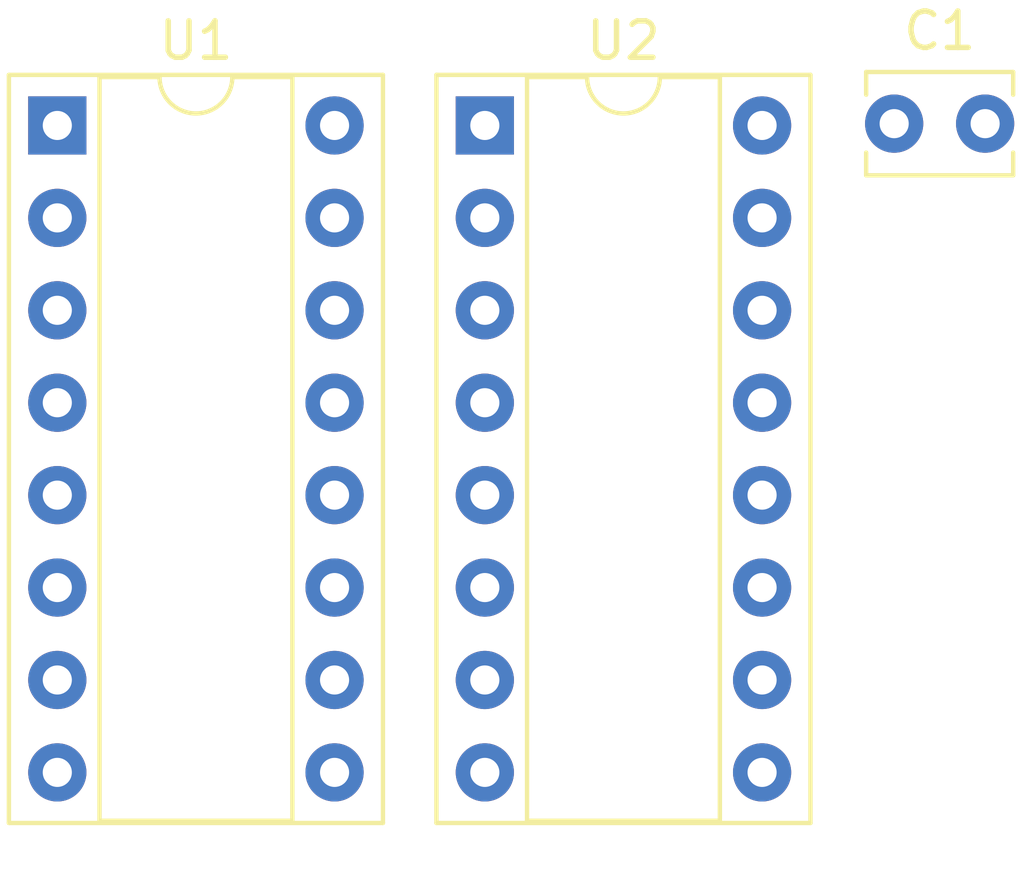
<source format=kicad_pcb>
(kicad_pcb (version 20171130) (host pcbnew 5.1.9)

  (general
    (thickness 1.6)
    (drawings 0)
    (tracks 0)
    (zones 0)
    (modules 3)
    (nets 32)
  )

  (page A4)
  (layers
    (0 F.Cu signal)
    (31 B.Cu signal)
    (32 B.Adhes user)
    (33 F.Adhes user)
    (34 B.Paste user)
    (35 F.Paste user)
    (36 B.SilkS user)
    (37 F.SilkS user)
    (38 B.Mask user)
    (39 F.Mask user)
    (40 Dwgs.User user)
    (41 Cmts.User user)
    (42 Eco1.User user)
    (43 Eco2.User user)
    (44 Edge.Cuts user)
    (45 Margin user)
    (46 B.CrtYd user)
    (47 F.CrtYd user)
    (48 B.Fab user)
    (49 F.Fab user)
  )

  (setup
    (last_trace_width 0.25)
    (trace_clearance 0.2)
    (zone_clearance 0.508)
    (zone_45_only no)
    (trace_min 0.2)
    (via_size 0.8)
    (via_drill 0.4)
    (via_min_size 0.4)
    (via_min_drill 0.3)
    (uvia_size 0.3)
    (uvia_drill 0.1)
    (uvias_allowed no)
    (uvia_min_size 0.2)
    (uvia_min_drill 0.1)
    (edge_width 0.05)
    (segment_width 0.2)
    (pcb_text_width 0.3)
    (pcb_text_size 1.5 1.5)
    (mod_edge_width 0.12)
    (mod_text_size 1 1)
    (mod_text_width 0.15)
    (pad_size 1.524 1.524)
    (pad_drill 0.762)
    (pad_to_mask_clearance 0)
    (aux_axis_origin 0 0)
    (visible_elements FFFFFF7F)
    (pcbplotparams
      (layerselection 0x010fc_ffffffff)
      (usegerberextensions false)
      (usegerberattributes true)
      (usegerberadvancedattributes true)
      (creategerberjobfile true)
      (excludeedgelayer true)
      (linewidth 0.100000)
      (plotframeref false)
      (viasonmask false)
      (mode 1)
      (useauxorigin false)
      (hpglpennumber 1)
      (hpglpenspeed 20)
      (hpglpendiameter 15.000000)
      (psnegative false)
      (psa4output false)
      (plotreference true)
      (plotvalue true)
      (plotinvisibletext false)
      (padsonsilk false)
      (subtractmaskfromsilk false)
      (outputformat 1)
      (mirror false)
      (drillshape 1)
      (scaleselection 1)
      (outputdirectory ""))
  )

  (net 0 "")
  (net 1 "Net-(C1-Pad2)")
  (net 2 "Net-(C1-Pad1)")
  (net 3 +15V)
  (net 4 GND)
  (net 5 "Net-(U1-Pad15)")
  (net 6 "Net-(U1-Pad14)")
  (net 7 "Net-(U1-Pad13)")
  (net 8 "Net-(U1-Pad12)")
  (net 9 /VCO_1)
  (net 10 "Net-(U1-Pad11)")
  (net 11 "Net-(U1-Pad3)")
  (net 12 "Net-(U1-Pad10)")
  (net 13 "Net-(U1-Pad2)")
  (net 14 "Net-(U1-Pad9)")
  (net 15 "Net-(U1-Pad1)")
  (net 16 "Net-(U2-Pad16)")
  (net 17 "Net-(U2-Pad8)")
  (net 18 "Net-(U2-Pad15)")
  (net 19 "Net-(U2-Pad7)")
  (net 20 "Net-(U2-Pad14)")
  (net 21 "Net-(U2-Pad6)")
  (net 22 "Net-(U2-Pad13)")
  (net 23 "Net-(U2-Pad5)")
  (net 24 "Net-(U2-Pad12)")
  (net 25 "Net-(U2-Pad4)")
  (net 26 "Net-(U2-Pad11)")
  (net 27 "Net-(U2-Pad3)")
  (net 28 "Net-(U2-Pad10)")
  (net 29 "Net-(U2-Pad2)")
  (net 30 "Net-(U2-Pad9)")
  (net 31 "Net-(U2-Pad1)")

  (net_class Default "This is the default net class."
    (clearance 0.2)
    (trace_width 0.25)
    (via_dia 0.8)
    (via_drill 0.4)
    (uvia_dia 0.3)
    (uvia_drill 0.1)
    (add_net +15V)
    (add_net /VCO_1)
    (add_net GND)
    (add_net "Net-(C1-Pad1)")
    (add_net "Net-(C1-Pad2)")
    (add_net "Net-(U1-Pad1)")
    (add_net "Net-(U1-Pad10)")
    (add_net "Net-(U1-Pad11)")
    (add_net "Net-(U1-Pad12)")
    (add_net "Net-(U1-Pad13)")
    (add_net "Net-(U1-Pad14)")
    (add_net "Net-(U1-Pad15)")
    (add_net "Net-(U1-Pad2)")
    (add_net "Net-(U1-Pad3)")
    (add_net "Net-(U1-Pad9)")
    (add_net "Net-(U2-Pad1)")
    (add_net "Net-(U2-Pad10)")
    (add_net "Net-(U2-Pad11)")
    (add_net "Net-(U2-Pad12)")
    (add_net "Net-(U2-Pad13)")
    (add_net "Net-(U2-Pad14)")
    (add_net "Net-(U2-Pad15)")
    (add_net "Net-(U2-Pad16)")
    (add_net "Net-(U2-Pad2)")
    (add_net "Net-(U2-Pad3)")
    (add_net "Net-(U2-Pad4)")
    (add_net "Net-(U2-Pad5)")
    (add_net "Net-(U2-Pad6)")
    (add_net "Net-(U2-Pad7)")
    (add_net "Net-(U2-Pad8)")
    (add_net "Net-(U2-Pad9)")
  )

  (module Package_DIP:DIP-16_W7.62mm_Socket (layer F.Cu) (tedit 5A02E8C5) (tstamp 607D82D2)
    (at 115.75 76.25)
    (descr "16-lead though-hole mounted DIP package, row spacing 7.62 mm (300 mils), Socket")
    (tags "THT DIP DIL PDIP 2.54mm 7.62mm 300mil Socket")
    (path /607C39AE)
    (fp_text reference U2 (at 3.81 -2.33) (layer F.SilkS)
      (effects (font (size 1 1) (thickness 0.15)))
    )
    (fp_text value 4046 (at 3.81 20.11) (layer F.Fab)
      (effects (font (size 1 1) (thickness 0.15)))
    )
    (fp_text user %R (at 3.81 8.89) (layer F.Fab)
      (effects (font (size 1 1) (thickness 0.15)))
    )
    (fp_arc (start 3.81 -1.33) (end 2.81 -1.33) (angle -180) (layer F.SilkS) (width 0.12))
    (fp_line (start 1.635 -1.27) (end 6.985 -1.27) (layer F.Fab) (width 0.1))
    (fp_line (start 6.985 -1.27) (end 6.985 19.05) (layer F.Fab) (width 0.1))
    (fp_line (start 6.985 19.05) (end 0.635 19.05) (layer F.Fab) (width 0.1))
    (fp_line (start 0.635 19.05) (end 0.635 -0.27) (layer F.Fab) (width 0.1))
    (fp_line (start 0.635 -0.27) (end 1.635 -1.27) (layer F.Fab) (width 0.1))
    (fp_line (start -1.27 -1.33) (end -1.27 19.11) (layer F.Fab) (width 0.1))
    (fp_line (start -1.27 19.11) (end 8.89 19.11) (layer F.Fab) (width 0.1))
    (fp_line (start 8.89 19.11) (end 8.89 -1.33) (layer F.Fab) (width 0.1))
    (fp_line (start 8.89 -1.33) (end -1.27 -1.33) (layer F.Fab) (width 0.1))
    (fp_line (start 2.81 -1.33) (end 1.16 -1.33) (layer F.SilkS) (width 0.12))
    (fp_line (start 1.16 -1.33) (end 1.16 19.11) (layer F.SilkS) (width 0.12))
    (fp_line (start 1.16 19.11) (end 6.46 19.11) (layer F.SilkS) (width 0.12))
    (fp_line (start 6.46 19.11) (end 6.46 -1.33) (layer F.SilkS) (width 0.12))
    (fp_line (start 6.46 -1.33) (end 4.81 -1.33) (layer F.SilkS) (width 0.12))
    (fp_line (start -1.33 -1.39) (end -1.33 19.17) (layer F.SilkS) (width 0.12))
    (fp_line (start -1.33 19.17) (end 8.95 19.17) (layer F.SilkS) (width 0.12))
    (fp_line (start 8.95 19.17) (end 8.95 -1.39) (layer F.SilkS) (width 0.12))
    (fp_line (start 8.95 -1.39) (end -1.33 -1.39) (layer F.SilkS) (width 0.12))
    (fp_line (start -1.55 -1.6) (end -1.55 19.4) (layer F.CrtYd) (width 0.05))
    (fp_line (start -1.55 19.4) (end 9.15 19.4) (layer F.CrtYd) (width 0.05))
    (fp_line (start 9.15 19.4) (end 9.15 -1.6) (layer F.CrtYd) (width 0.05))
    (fp_line (start 9.15 -1.6) (end -1.55 -1.6) (layer F.CrtYd) (width 0.05))
    (pad 16 thru_hole oval (at 7.62 0) (size 1.6 1.6) (drill 0.8) (layers *.Cu *.Mask)
      (net 16 "Net-(U2-Pad16)"))
    (pad 8 thru_hole oval (at 0 17.78) (size 1.6 1.6) (drill 0.8) (layers *.Cu *.Mask)
      (net 17 "Net-(U2-Pad8)"))
    (pad 15 thru_hole oval (at 7.62 2.54) (size 1.6 1.6) (drill 0.8) (layers *.Cu *.Mask)
      (net 18 "Net-(U2-Pad15)"))
    (pad 7 thru_hole oval (at 0 15.24) (size 1.6 1.6) (drill 0.8) (layers *.Cu *.Mask)
      (net 19 "Net-(U2-Pad7)"))
    (pad 14 thru_hole oval (at 7.62 5.08) (size 1.6 1.6) (drill 0.8) (layers *.Cu *.Mask)
      (net 20 "Net-(U2-Pad14)"))
    (pad 6 thru_hole oval (at 0 12.7) (size 1.6 1.6) (drill 0.8) (layers *.Cu *.Mask)
      (net 21 "Net-(U2-Pad6)"))
    (pad 13 thru_hole oval (at 7.62 7.62) (size 1.6 1.6) (drill 0.8) (layers *.Cu *.Mask)
      (net 22 "Net-(U2-Pad13)"))
    (pad 5 thru_hole oval (at 0 10.16) (size 1.6 1.6) (drill 0.8) (layers *.Cu *.Mask)
      (net 23 "Net-(U2-Pad5)"))
    (pad 12 thru_hole oval (at 7.62 10.16) (size 1.6 1.6) (drill 0.8) (layers *.Cu *.Mask)
      (net 24 "Net-(U2-Pad12)"))
    (pad 4 thru_hole oval (at 0 7.62) (size 1.6 1.6) (drill 0.8) (layers *.Cu *.Mask)
      (net 25 "Net-(U2-Pad4)"))
    (pad 11 thru_hole oval (at 7.62 12.7) (size 1.6 1.6) (drill 0.8) (layers *.Cu *.Mask)
      (net 26 "Net-(U2-Pad11)"))
    (pad 3 thru_hole oval (at 0 5.08) (size 1.6 1.6) (drill 0.8) (layers *.Cu *.Mask)
      (net 27 "Net-(U2-Pad3)"))
    (pad 10 thru_hole oval (at 7.62 15.24) (size 1.6 1.6) (drill 0.8) (layers *.Cu *.Mask)
      (net 28 "Net-(U2-Pad10)"))
    (pad 2 thru_hole oval (at 0 2.54) (size 1.6 1.6) (drill 0.8) (layers *.Cu *.Mask)
      (net 29 "Net-(U2-Pad2)"))
    (pad 9 thru_hole oval (at 7.62 17.78) (size 1.6 1.6) (drill 0.8) (layers *.Cu *.Mask)
      (net 30 "Net-(U2-Pad9)"))
    (pad 1 thru_hole rect (at 0 0) (size 1.6 1.6) (drill 0.8) (layers *.Cu *.Mask)
      (net 31 "Net-(U2-Pad1)"))
    (model ${KISYS3DMOD}/Package_DIP.3dshapes/DIP-16_W7.62mm_Socket.wrl
      (at (xyz 0 0 0))
      (scale (xyz 1 1 1))
      (rotate (xyz 0 0 0))
    )
  )

  (module Package_DIP:DIP-16_W7.62mm_Socket (layer F.Cu) (tedit 5A02E8C5) (tstamp 607D82A6)
    (at 104 76.25)
    (descr "16-lead though-hole mounted DIP package, row spacing 7.62 mm (300 mils), Socket")
    (tags "THT DIP DIL PDIP 2.54mm 7.62mm 300mil Socket")
    (path /607C3690)
    (fp_text reference U1 (at 3.81 -2.33) (layer F.SilkS)
      (effects (font (size 1 1) (thickness 0.15)))
    )
    (fp_text value 4046 (at 3.81 20.11) (layer F.Fab)
      (effects (font (size 1 1) (thickness 0.15)))
    )
    (fp_text user %R (at 3.81 8.89) (layer F.Fab)
      (effects (font (size 1 1) (thickness 0.15)))
    )
    (fp_arc (start 3.81 -1.33) (end 2.81 -1.33) (angle -180) (layer F.SilkS) (width 0.12))
    (fp_line (start 1.635 -1.27) (end 6.985 -1.27) (layer F.Fab) (width 0.1))
    (fp_line (start 6.985 -1.27) (end 6.985 19.05) (layer F.Fab) (width 0.1))
    (fp_line (start 6.985 19.05) (end 0.635 19.05) (layer F.Fab) (width 0.1))
    (fp_line (start 0.635 19.05) (end 0.635 -0.27) (layer F.Fab) (width 0.1))
    (fp_line (start 0.635 -0.27) (end 1.635 -1.27) (layer F.Fab) (width 0.1))
    (fp_line (start -1.27 -1.33) (end -1.27 19.11) (layer F.Fab) (width 0.1))
    (fp_line (start -1.27 19.11) (end 8.89 19.11) (layer F.Fab) (width 0.1))
    (fp_line (start 8.89 19.11) (end 8.89 -1.33) (layer F.Fab) (width 0.1))
    (fp_line (start 8.89 -1.33) (end -1.27 -1.33) (layer F.Fab) (width 0.1))
    (fp_line (start 2.81 -1.33) (end 1.16 -1.33) (layer F.SilkS) (width 0.12))
    (fp_line (start 1.16 -1.33) (end 1.16 19.11) (layer F.SilkS) (width 0.12))
    (fp_line (start 1.16 19.11) (end 6.46 19.11) (layer F.SilkS) (width 0.12))
    (fp_line (start 6.46 19.11) (end 6.46 -1.33) (layer F.SilkS) (width 0.12))
    (fp_line (start 6.46 -1.33) (end 4.81 -1.33) (layer F.SilkS) (width 0.12))
    (fp_line (start -1.33 -1.39) (end -1.33 19.17) (layer F.SilkS) (width 0.12))
    (fp_line (start -1.33 19.17) (end 8.95 19.17) (layer F.SilkS) (width 0.12))
    (fp_line (start 8.95 19.17) (end 8.95 -1.39) (layer F.SilkS) (width 0.12))
    (fp_line (start 8.95 -1.39) (end -1.33 -1.39) (layer F.SilkS) (width 0.12))
    (fp_line (start -1.55 -1.6) (end -1.55 19.4) (layer F.CrtYd) (width 0.05))
    (fp_line (start -1.55 19.4) (end 9.15 19.4) (layer F.CrtYd) (width 0.05))
    (fp_line (start 9.15 19.4) (end 9.15 -1.6) (layer F.CrtYd) (width 0.05))
    (fp_line (start 9.15 -1.6) (end -1.55 -1.6) (layer F.CrtYd) (width 0.05))
    (pad 16 thru_hole oval (at 7.62 0) (size 1.6 1.6) (drill 0.8) (layers *.Cu *.Mask)
      (net 3 +15V))
    (pad 8 thru_hole oval (at 0 17.78) (size 1.6 1.6) (drill 0.8) (layers *.Cu *.Mask)
      (net 4 GND))
    (pad 15 thru_hole oval (at 7.62 2.54) (size 1.6 1.6) (drill 0.8) (layers *.Cu *.Mask)
      (net 5 "Net-(U1-Pad15)"))
    (pad 7 thru_hole oval (at 0 15.24) (size 1.6 1.6) (drill 0.8) (layers *.Cu *.Mask)
      (net 1 "Net-(C1-Pad2)"))
    (pad 14 thru_hole oval (at 7.62 5.08) (size 1.6 1.6) (drill 0.8) (layers *.Cu *.Mask)
      (net 6 "Net-(U1-Pad14)"))
    (pad 6 thru_hole oval (at 0 12.7) (size 1.6 1.6) (drill 0.8) (layers *.Cu *.Mask)
      (net 2 "Net-(C1-Pad1)"))
    (pad 13 thru_hole oval (at 7.62 7.62) (size 1.6 1.6) (drill 0.8) (layers *.Cu *.Mask)
      (net 7 "Net-(U1-Pad13)"))
    (pad 5 thru_hole oval (at 0 10.16) (size 1.6 1.6) (drill 0.8) (layers *.Cu *.Mask)
      (net 4 GND))
    (pad 12 thru_hole oval (at 7.62 10.16) (size 1.6 1.6) (drill 0.8) (layers *.Cu *.Mask)
      (net 8 "Net-(U1-Pad12)"))
    (pad 4 thru_hole oval (at 0 7.62) (size 1.6 1.6) (drill 0.8) (layers *.Cu *.Mask)
      (net 9 /VCO_1))
    (pad 11 thru_hole oval (at 7.62 12.7) (size 1.6 1.6) (drill 0.8) (layers *.Cu *.Mask)
      (net 10 "Net-(U1-Pad11)"))
    (pad 3 thru_hole oval (at 0 5.08) (size 1.6 1.6) (drill 0.8) (layers *.Cu *.Mask)
      (net 11 "Net-(U1-Pad3)"))
    (pad 10 thru_hole oval (at 7.62 15.24) (size 1.6 1.6) (drill 0.8) (layers *.Cu *.Mask)
      (net 12 "Net-(U1-Pad10)"))
    (pad 2 thru_hole oval (at 0 2.54) (size 1.6 1.6) (drill 0.8) (layers *.Cu *.Mask)
      (net 13 "Net-(U1-Pad2)"))
    (pad 9 thru_hole oval (at 7.62 17.78) (size 1.6 1.6) (drill 0.8) (layers *.Cu *.Mask)
      (net 14 "Net-(U1-Pad9)"))
    (pad 1 thru_hole rect (at 0 0) (size 1.6 1.6) (drill 0.8) (layers *.Cu *.Mask)
      (net 15 "Net-(U1-Pad1)"))
    (model ${KISYS3DMOD}/Package_DIP.3dshapes/DIP-16_W7.62mm_Socket.wrl
      (at (xyz 0 0 0))
      (scale (xyz 1 1 1))
      (rotate (xyz 0 0 0))
    )
  )

  (module Capacitor_THT:C_Disc_D3.8mm_W2.6mm_P2.50mm (layer F.Cu) (tedit 5AE50EF0) (tstamp 607D827A)
    (at 127 76.2)
    (descr "C, Disc series, Radial, pin pitch=2.50mm, , diameter*width=3.8*2.6mm^2, Capacitor, http://www.vishay.com/docs/45233/krseries.pdf")
    (tags "C Disc series Radial pin pitch 2.50mm  diameter 3.8mm width 2.6mm Capacitor")
    (path /607C6852)
    (fp_text reference C1 (at 1.25 -2.55) (layer F.SilkS)
      (effects (font (size 1 1) (thickness 0.15)))
    )
    (fp_text value 0.01u (at 1.25 2.55) (layer F.Fab)
      (effects (font (size 1 1) (thickness 0.15)))
    )
    (fp_text user %R (at 1.25 0) (layer F.Fab)
      (effects (font (size 0.76 0.76) (thickness 0.114)))
    )
    (fp_line (start -0.65 -1.3) (end -0.65 1.3) (layer F.Fab) (width 0.1))
    (fp_line (start -0.65 1.3) (end 3.15 1.3) (layer F.Fab) (width 0.1))
    (fp_line (start 3.15 1.3) (end 3.15 -1.3) (layer F.Fab) (width 0.1))
    (fp_line (start 3.15 -1.3) (end -0.65 -1.3) (layer F.Fab) (width 0.1))
    (fp_line (start -0.77 -1.42) (end 3.27 -1.42) (layer F.SilkS) (width 0.12))
    (fp_line (start -0.77 1.42) (end 3.27 1.42) (layer F.SilkS) (width 0.12))
    (fp_line (start -0.77 -1.42) (end -0.77 -0.795) (layer F.SilkS) (width 0.12))
    (fp_line (start -0.77 0.795) (end -0.77 1.42) (layer F.SilkS) (width 0.12))
    (fp_line (start 3.27 -1.42) (end 3.27 -0.795) (layer F.SilkS) (width 0.12))
    (fp_line (start 3.27 0.795) (end 3.27 1.42) (layer F.SilkS) (width 0.12))
    (fp_line (start -1.05 -1.55) (end -1.05 1.55) (layer F.CrtYd) (width 0.05))
    (fp_line (start -1.05 1.55) (end 3.55 1.55) (layer F.CrtYd) (width 0.05))
    (fp_line (start 3.55 1.55) (end 3.55 -1.55) (layer F.CrtYd) (width 0.05))
    (fp_line (start 3.55 -1.55) (end -1.05 -1.55) (layer F.CrtYd) (width 0.05))
    (pad 2 thru_hole circle (at 2.5 0) (size 1.6 1.6) (drill 0.8) (layers *.Cu *.Mask)
      (net 1 "Net-(C1-Pad2)"))
    (pad 1 thru_hole circle (at 0 0) (size 1.6 1.6) (drill 0.8) (layers *.Cu *.Mask)
      (net 2 "Net-(C1-Pad1)"))
    (model ${KISYS3DMOD}/Capacitor_THT.3dshapes/C_Disc_D3.8mm_W2.6mm_P2.50mm.wrl
      (at (xyz 0 0 0))
      (scale (xyz 1 1 1))
      (rotate (xyz 0 0 0))
    )
  )

)

</source>
